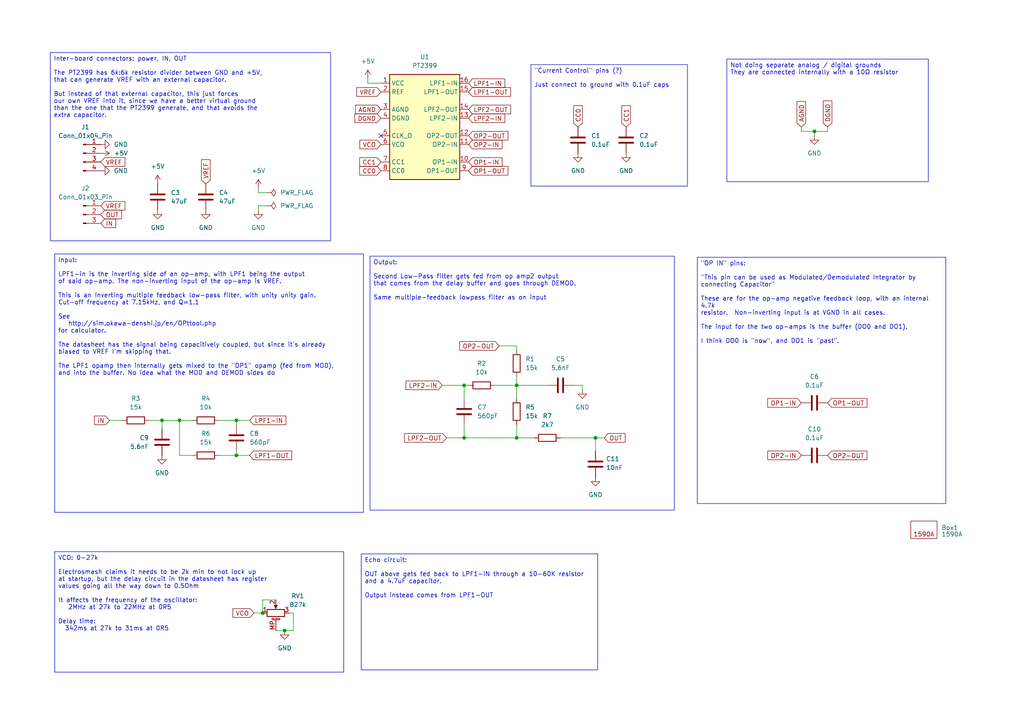
<source format=kicad_sch>
(kicad_sch (version 20250114) (generator "eeschema") (generator_version "9.0")
  (paper "A4")
  (title_block (title "PT2399 Delay board") (date "2025-05-05") (rev "v1.0"))
  (lib_symbols
    (symbol "Audio:PT2399"
      (property "Reference" "U" (at 0 17.78 0))
      (property "Value" "PT2399" (at 0 -17.78 0))
      (symbol "PT2399_0_1"
        (rectangle (start -10.16 15.24) (end 10.16 -15.24) (stroke (width 0.254)) (fill (type background)))
      )
      (symbol "PT2399_1_1"
        (pin power_in line (at -12.7 12.7 0) (length 2.54) (name "VCC") (number "1"))
        (pin passive line (at -12.7 10.16 0) (length 2.54) (name "REF") (number "2"))
        (pin power_in line (at -12.7 5.08 0) (length 2.54) (name "AGND") (number "3"))
        (pin power_in line (at -12.7 2.54 0) (length 2.54) (name "DGND") (number "4"))
        (pin passive line (at -12.7 -2.54 0) (length 2.54) (name "CLK_O") (number "5"))
        (pin passive line (at -12.7 -5.08 0) (length 2.54) (name "VCO") (number "6"))
        (pin passive line (at -12.7 -10.16 0) (length 2.54) (name "CC1") (number "7"))
        (pin passive line (at -12.7 -12.7 0) (length 2.54) (name "CC0") (number "8"))
        (pin input line (at 12.7 12.7 180) (length 2.54) (name "LPF1-IN") (number "16"))
        (pin output line (at 12.7 10.16 180) (length 2.54) (name "LPF1-OUT") (number "15"))
        (pin output line (at 12.7 5.08 180) (length 2.54) (name "LPF2-OUT") (number "14"))
        (pin input line (at 12.7 2.54 180) (length 2.54) (name "LPF2-IN") (number "13"))
        (pin output line (at 12.7 -2.54 180) (length 2.54) (name "OP2-OUT") (number "12"))
        (pin input line (at 12.7 -5.08 180) (length 2.54) (name "OP2-IN") (number "11"))
        (pin input line (at 12.7 -10.16 180) (length 2.54) (name "OP1-IN") (number "10"))
        (pin output line (at 12.7 -12.7 180) (length 2.54) (name "OP1-OUT") (number "9"))
      )
    )
    (symbol "Connector:Conn_01x03_Pin" (pin_names (offset 1.016) (hide yes))
      (property "Reference" "J" (at 0 5.08 0))
      (property "Value" "Conn_01x03_Pin" (at 0 -5.08 0))
      (symbol "Conn_01x03_Pin_1_1"
        (rectangle (start 0.8636 2.667) (end 0 2.413) (stroke (width 0.1524)) (fill (type outline)))
        (rectangle (start 0.8636 0.127) (end 0 -0.127) (stroke (width 0.1524)) (fill (type outline)))
        (rectangle (start 0.8636 -2.413) (end 0 -2.667) (stroke (width 0.1524)) (fill (type outline)))
        (polyline (pts (xy 1.27 2.54) (xy 0.8636 2.54)) (stroke (width 0.1524)))
        (polyline (pts (xy 1.27 0) (xy 0.8636 0)) (stroke (width 0.1524)))
        (polyline (pts (xy 1.27 -2.54) (xy 0.8636 -2.54)) (stroke (width 0.1524)))
        (pin passive line (at 5.08 2.54 180) (length 3.81) (name "Pin_1") (number "1"))
        (pin passive line (at 5.08 0 180) (length 3.81) (name "Pin_2") (number "2"))
        (pin passive line (at 5.08 -2.54 180) (length 3.81) (name "Pin_3") (number "3"))
      )
    )
    (symbol "Connector:Conn_01x04_Pin" (pin_names (offset 1.016) (hide yes))
      (property "Reference" "J" (at 0 5.08 0))
      (property "Value" "Conn_01x04_Pin" (at 0 -7.62 0))
      (symbol "Conn_01x04_Pin_1_1"
        (rectangle (start 0.8636 2.667) (end 0 2.413) (stroke (width 0.1524)) (fill (type outline)))
        (rectangle (start 0.8636 0.127) (end 0 -0.127) (stroke (width 0.1524)) (fill (type outline)))
        (rectangle (start 0.8636 -2.413) (end 0 -2.667) (stroke (width 0.1524)) (fill (type outline)))
        (rectangle (start 0.8636 -4.953) (end 0 -5.207) (stroke (width 0.1524)) (fill (type outline)))
        (polyline (pts (xy 1.27 2.54) (xy 0.8636 2.54)) (stroke (width 0.1524)))
        (polyline (pts (xy 1.27 0) (xy 0.8636 0)) (stroke (width 0.1524)))
        (polyline (pts (xy 1.27 -2.54) (xy 0.8636 -2.54)) (stroke (width 0.1524)))
        (polyline (pts (xy 1.27 -5.08) (xy 0.8636 -5.08)) (stroke (width 0.1524)))
        (pin passive line (at 5.08 2.54 180) (length 3.81) (name "Pin_1") (number "1"))
        (pin passive line (at 5.08 0 180) (length 3.81) (name "Pin_2") (number "2"))
        (pin passive line (at 5.08 -2.54 180) (length 3.81) (name "Pin_3") (number "3"))
        (pin passive line (at 5.08 -5.08 180) (length 3.81) (name "Pin_4") (number "4"))
      )
    )
    (symbol "Device:C" (pin_numbers (hide yes)) (pin_names (offset 0.254))
      (property "Reference" "C" (at 0.635 2.54 0))
      (property "Value" "C" (at 0.635 -2.54 0))
      (symbol "C_0_1"
        (polyline (pts (xy -2.032 0.762) (xy 2.032 0.762)) (stroke (width 0.508)))
        (polyline (pts (xy -2.032 -0.762) (xy 2.032 -0.762)) (stroke (width 0.508)))
      )
      (symbol "C_1_1"
        (pin passive line (at 0 3.81 270) (length 2.794) (name "~") (number "1"))
        (pin passive line (at 0 -3.81 90) (length 2.794) (name "~") (number "2"))
      )
    )
    (symbol "Device:R" (pin_numbers (hide yes)) (pin_names (offset 0))
      (property "Reference" "R" (at 2.032 0 90))
      (property "Value" "R" (at 0 0 90))
      (symbol "R_0_1"
        (rectangle (start -1.016 -2.54) (end 1.016 2.54) (stroke (width 0.254)))
      )
      (symbol "R_1_1"
        (pin passive line (at 0 3.81 270) (length 1.27) (name "~") (number "1"))
        (pin passive line (at 0 -3.81 90) (length 1.27) (name "~") (number "2"))
      )
    )
    (symbol "Device:R_Potentiometer_MountingPin" (pin_names (offset 1.016) (hide yes))
      (property "Reference" "RV" (at -8.255 0 90))
      (property "Value" "R_Potentiometer_MountingPin" (at -6.35 0 90))
      (symbol "R_Potentiometer_MountingPin_0_1"
        (rectangle (start 1.016 2.54) (end -1.016 -2.54) (stroke (width 0.254)))
        (polyline (pts (xy 1.143 0) (xy 2.286 0.508) (xy 2.286 -0.508)) (fill (type outline)))
        (polyline (pts (xy 2.54 0) (xy 1.524 0)))
      )
      (symbol "R_Potentiometer_MountingPin_1_1"
        (polyline (pts (xy -2.032 1.016) (xy -2.032 -1.016)) (stroke (width 0.1524)))
        (text "Mounting" (at -1.651 0 900) (effects (font (size 0.381 0.381))))
        (pin passive line (at -5.08 0 0) (length 3.048) (name "MountPin") (number "MP"))
        (pin passive line (at 0 3.81 270) (length 1.27) (name "1") (number "1"))
        (pin passive line (at 0 -3.81 90) (length 1.27) (name "3") (number "3"))
        (pin passive line (at 3.81 0 180) (length 1.27) (name "2") (number "2"))
      )
    )
    (symbol "Mylib:Enclosure_1590A" (exclude_from_sim yes)
      (property "Reference" "Box" (at 0 0 0))
      (symbol "Enclosure_1590A_0_1"
        (rectangle (start -3.81 1.27) (end 3.81 -3.81))
      )
      (symbol "Enclosure_1590A_1_1"
        (text "1590A" (at 0 -2.54 0) (effects (font (size 1.27 1.27))))
      )
    )
    (symbol "power:+5V" (power) (pin_numbers (hide yes)) (pin_names (offset 0) (hide yes))
      (property "Value" "+5V" (at 0 3.556 0))
      (symbol "+5V_0_1"
        (polyline (pts (xy -0.762 1.27) (xy 0 2.54)))
        (polyline (pts (xy 0 2.54) (xy 0.762 1.27)))
        (polyline (pts (xy 0 0) (xy 0 2.54)))
      )
      (symbol "+5V_1_1"
        (pin power_in line (at 0 0 90) (length 0) (name "~") (number "1"))
      )
    )
    (symbol "power:GND" (power) (pin_numbers (hide yes)) (pin_names (offset 0) (hide yes))
      (property "Value" "GND" (at 0 -3.81 0))
      (symbol "GND_0_1"
        (polyline (pts (xy 0 0) (xy 0 -1.27) (xy 1.27 -1.27) (xy 0 -2.54) (xy -1.27 -1.27) (xy 0 -1.27)))
      )
      (symbol "GND_1_1"
        (pin power_in line (at 0 0 270) (length 0) (name "~") (number "1"))
      )
    )
    (symbol "power:PWR_FLAG" (power) (pin_numbers (hide yes)) (pin_names (offset 0) (hide yes))
      (property "Value" "PWR_FLAG" (at 0 3.81 0))
      (symbol "PWR_FLAG_0_0"
        (pin power_out line (at 0 0 90) (length 0) (name "~") (number "1"))
      )
      (symbol "PWR_FLAG_0_1"
        (polyline (pts (xy 0 0) (xy 0 1.27) (xy -1.016 1.905) (xy 0 2.54) (xy 1.016 1.905) (xy 0 1.27)))
      )
    )
  )
  (text_box "\"OP IN\" pins:\n\n\"This pin can be used as Modulated/Demodulated Integrator by connecting Capacitor\"\n\nThese are for the op-amp negative feedback loop, with an internal 4.7k\nresistor.  Non-inverting input is at VGND in all cases.\n\nThe input for the two op-amps is the buffer (DO0 and DO1).\n\nI think DO0 is \"now\", and DO1 is \"past\"." (at 202.2475 74.6125 0) (size 72.0725 71.4375) (margins 0.9525 0.9525 0.9525 0.9525) (effects (font (size 1.27 1.27)) (justify left top)))
  (text_box "Output:\n\nSecond Low-Pass filter gets fed from op amp2 output\nthat comes from the delay buffer and goes through DEMOD.\n\nSame multiple-feedback lowpass filter as on input\n" (at 107.315 74.295 0) (size 88.265 73.66) (margins 0.9525 0.9525 0.9525 0.9525) (effects (font (size 1.27 1.27)) (justify left top)))
  (text_box "Input:\n\nLPF1-in is the inverting side of an op-amp, with LPF1 being the output\nof said op-amp. The non-inverting input of the op-amp is VREF.\n\nThis is an inverting multiple feedback low-pass filter, with unity unity gain.\nCut-off frequency at 7.15kHz, and Q=1.1\n\nSee\n   http://sim.okawa-denshi.jp/en/OPttool.php\nfor calculator.\n\nThe datasheet has the signal being capacitively coupled, but since it's already\nbiased to VREF I'm skipping that.\n\nThe LPF1 opamp then internally gets mixed to the \"OP1\" opamp (fed from MOD),\nand into the buffer. No idea what the MOD and DEMOD sides do" (at 15.875 73.66 0) (size 89.535 74.93) (margins 0.9525 0.9525 0.9525 0.9525) (effects (font (size 1.27 1.27)) (justify left top)))
  (text_box "Inter-board connectors: power, IN, OUT\n\nThe PT2399 has 6k:6k resistor divider between GND and +5V,\nthat can generate VREF with an external capacitor.\n\nBut instead of that external capacitor, this just forces\nour own VREF into it, since we have a better virtual ground\nthan the one that the PT2399 generate, and that avoids the\nextra capacitor." (at 14.605 15.24 0) (size 81.28 54.61) (margins 0.9525 0.9525 0.9525 0.9525) (effects (font (size 1.27 1.27)) (justify left top)))
  (text_box "Echo circuit:\n\nOUT above gets fed back to LPF1-IN through a 10-60K resistor\nand a 4.7uF capacitor.\n\nOutput instead comes from LPF1-OUT" (at 104.775 160.655 0) (size 68.58 33.655) (margins 0.9525 0.9525 0.9525 0.9525) (effects (font (size 1.27 1.27)) (justify left top)))
  (text_box "Not doing separate analog / digital grounds\nThey are connected internally with a 10Ω resistor" (at 210.82 17.145 0) (size 58.42 35.56) (margins 0.9525 0.9525 0.9525 0.9525) (effects (font (size 1.27 1.27)) (justify left top)))
  (text_box "\"Current Control\" pins (?)\n\nJust connect to ground with 0.1uF caps" (at 153.9875 18.7325 0) (size 45.4025 35.2425) (margins 0.9525 0.9525 0.9525 0.9525) (effects (font (size 1.27 1.27)) (justify left top)))
  (text_box "VCO: 0-27k\n\nElectrosmash claims it needs to be 2k min to not lock up\nat startup, but the delay circuit in the datasheet has register\nvalues going all the way down to 0.5Ohm\n\nIt affects the frequency of the oscillator:\n   2MHz at 27k to 22MHz at 0R5\n\nDelay time: \n  342ms at 27k to 31ms at 0R5" (at 15.875 160.02 0) (size 83.82 34.925) (margins 0.9525 0.9525 0.9525 0.9525) (effects (font (size 1.27 1.27)) (justify left top)))
  (junction (at 134.62 127))
  (junction (at 82.55 182.88))
  (junction (at 172.72 127))
  (junction (at 149.86 111.76))
  (junction (at 236.22 38.1))
  (junction (at 46.99 121.92))
  (junction (at 134.62 111.76))
  (junction (at 149.86 127))
  (junction (at 68.58 132.08))
  (junction (at 76.2 177.8))
  (junction (at 52.07 121.92))
  (junction (at 68.58 121.92))
  (no_connect (at 110.49 39.37))
  (wire (pts (xy 46.99 121.92) (xy 46.99 124.46)))
  (wire (pts (xy 149.86 127) (xy 154.94 127)))
  (wire (pts (xy 149.86 111.76) (xy 158.75 111.76)))
  (wire (pts (xy 240.03 38.1) (xy 240.03 36.83)))
  (wire (pts (xy 52.07 132.08) (xy 55.88 132.08)))
  (wire (pts (xy 134.62 115.57) (xy 134.62 111.76)))
  (wire (pts (xy 134.62 123.19) (xy 134.62 127)))
  (wire (pts (xy 128.27 111.76) (xy 134.62 111.76)))
  (wire (pts (xy 85.09 182.88) (xy 82.55 182.88)))
  (wire (pts (xy 168.91 111.76) (xy 168.91 113.03)))
  (wire (pts (xy 149.86 109.22) (xy 149.86 111.76)))
  (wire (pts (xy 162.56 127) (xy 172.72 127)))
  (wire (pts (xy 80.01 173.99) (xy 76.2 173.99)))
  (wire (pts (xy 149.86 123.19) (xy 149.86 127)))
  (wire (pts (xy 63.5 132.08) (xy 68.58 132.08)))
  (wire (pts (xy 52.07 121.92) (xy 52.07 132.08)))
  (wire (pts (xy 110.49 24.13) (xy 106.68 24.13)))
  (wire (pts (xy 76.2 173.99) (xy 76.2 177.8)))
  (wire (pts (xy 85.09 177.8) (xy 85.09 182.88)))
  (wire (pts (xy 172.72 127) (xy 175.26 127)))
  (wire (pts (xy 68.58 132.08) (xy 72.39 132.08)))
  (wire (pts (xy 68.58 121.92) (xy 72.39 121.92)))
  (wire (pts (xy 68.58 130.81) (xy 68.58 132.08)))
  (wire (pts (xy 85.09 177.8) (xy 83.82 177.8)))
  (wire (pts (xy 46.99 121.92) (xy 52.07 121.92)))
  (wire (pts (xy 143.51 111.76) (xy 149.86 111.76)))
  (wire (pts (xy 129.54 127) (xy 134.62 127)))
  (wire (pts (xy 166.37 111.76) (xy 168.91 111.76)))
  (wire (pts (xy 172.72 127) (xy 172.72 130.81)))
  (wire (pts (xy 232.41 38.1) (xy 236.22 38.1)))
  (wire (pts (xy 68.58 121.92) (xy 68.58 123.19)))
  (wire (pts (xy 31.75 121.92) (xy 35.56 121.92)))
  (wire (pts (xy 144.78 100.33) (xy 149.86 100.33)))
  (wire (pts (xy 236.22 38.1) (xy 240.03 38.1)))
  (wire (pts (xy 106.68 24.13) (xy 106.68 22.86)))
  (wire (pts (xy 73.66 177.8) (xy 76.2 177.8)))
  (wire (pts (xy 63.5 121.92) (xy 68.58 121.92)))
  (wire (pts (xy 77.47 59.69) (xy 74.93 59.69)))
  (wire (pts (xy 82.55 182.88) (xy 80.01 182.88)))
  (wire (pts (xy 232.41 36.83) (xy 232.41 38.1)))
  (wire (pts (xy 74.93 59.69) (xy 74.93 60.96)))
  (wire (pts (xy 134.62 127) (xy 149.86 127)))
  (wire (pts (xy 74.93 54.61) (xy 74.93 55.88)))
  (wire (pts (xy 149.86 100.33) (xy 149.86 101.6)))
  (wire (pts (xy 74.93 55.88) (xy 77.47 55.88)))
  (wire (pts (xy 236.22 38.1) (xy 236.22 39.37)))
  (wire (pts (xy 43.18 121.92) (xy 46.99 121.92)))
  (wire (pts (xy 134.62 111.76) (xy 135.89 111.76)))
  (wire (pts (xy 52.07 121.92) (xy 55.88 121.92)))
  (wire (pts (xy 149.86 115.57) (xy 149.86 111.76)))
  (global_label "LPF2-OUT" (shape input) (at 129.54 127 180) (property "Intersheetrefs" "${INTERSHEET_REFS}" (effects (hide yes))))
  (global_label "LPF1-OUT" (shape input) (at 135.89 26.67 0) (property "Intersheetrefs" "${INTERSHEET_REFS}" (effects (hide yes))))
  (global_label "CC1" (shape input) (at 110.49 46.99 180) (property "Intersheetrefs" "${INTERSHEET_REFS}" (effects (hide yes))))
  (global_label "LPF1-IN" (shape input) (at 135.89 24.13 0) (property "Intersheetrefs" "${INTERSHEET_REFS}" (effects (hide yes))))
  (global_label "VREF" (shape input) (at 110.49 26.67 180) (property "Intersheetrefs" "${INTERSHEET_REFS}" (effects (hide yes))))
  (global_label "LPF2-OUT" (shape input) (at 135.89 31.75 0) (property "Intersheetrefs" "${INTERSHEET_REFS}" (effects (hide yes))))
  (global_label "VCO" (shape input) (at 73.66 177.8 180) (property "Intersheetrefs" "${INTERSHEET_REFS}" (effects (hide yes))))
  (global_label "CC1" (shape input) (at 181.61 36.83 90) (property "Intersheetrefs" "${INTERSHEET_REFS}" (effects (hide yes))))
  (global_label "DGND" (shape input) (at 240.03 36.83 90) (property "Intersheetrefs" "${INTERSHEET_REFS}" (effects (hide yes))))
  (global_label "IN" (shape input) (at 31.75 121.92 180) (property "Intersheetrefs" "${INTERSHEET_REFS}" (effects (hide yes))))
  (global_label "LPF1-OUT" (shape input) (at 72.39 132.08 0) (property "Intersheetrefs" "${INTERSHEET_REFS}" (effects (hide yes))))
  (global_label "VREF" (shape input) (at 59.69 53.34 90) (property "Intersheetrefs" "${INTERSHEET_REFS}" (effects (hide yes))))
  (global_label "OP1-IN" (shape input) (at 232.41 116.84 180) (property "Intersheetrefs" "${INTERSHEET_REFS}" (effects (hide yes))))
  (global_label "LPF2-IN" (shape input) (at 135.89 34.29 0) (property "Intersheetrefs" "${INTERSHEET_REFS}" (effects (hide yes))))
  (global_label "VREF" (shape input) (at 29.21 46.99 0) (property "Intersheetrefs" "${INTERSHEET_REFS}" (effects (hide yes))))
  (global_label "DGND" (shape input) (at 110.49 34.29 180) (property "Intersheetrefs" "${INTERSHEET_REFS}" (effects (hide yes))))
  (global_label "VCO" (shape input) (at 110.49 41.91 180) (property "Intersheetrefs" "${INTERSHEET_REFS}" (effects (hide yes))))
  (global_label "IN" (shape input) (at 29.21 64.77 0) (property "Intersheetrefs" "${INTERSHEET_REFS}" (effects (hide yes))))
  (global_label "LPF2-IN" (shape input) (at 128.27 111.76 180) (property "Intersheetrefs" "${INTERSHEET_REFS}" (effects (hide yes))))
  (global_label "OP2-IN" (shape input) (at 135.89 41.91 0) (property "Intersheetrefs" "${INTERSHEET_REFS}" (effects (hide yes))))
  (global_label "OP1-OUT" (shape input) (at 240.03 116.84 0) (property "Intersheetrefs" "${INTERSHEET_REFS}" (effects (hide yes))))
  (global_label "OP2-OUT" (shape input) (at 135.89 39.37 0) (property "Intersheetrefs" "${INTERSHEET_REFS}" (effects (hide yes))))
  (global_label "OUT" (shape input) (at 29.21 62.23 0) (property "Intersheetrefs" "${INTERSHEET_REFS}" (effects (hide yes))))
  (global_label "OP2-IN" (shape input) (at 232.41 132.08 180) (property "Intersheetrefs" "${INTERSHEET_REFS}" (effects (hide yes))))
  (global_label "OP1-OUT" (shape input) (at 135.89 49.53 0) (property "Intersheetrefs" "${INTERSHEET_REFS}" (effects (hide yes))))
  (global_label "OUT" (shape input) (at 175.26 127 0) (property "Intersheetrefs" "${INTERSHEET_REFS}" (effects (hide yes))))
  (global_label "CC0" (shape input) (at 110.49 49.53 180) (property "Intersheetrefs" "${INTERSHEET_REFS}" (effects (hide yes))))
  (global_label "CC0" (shape input) (at 167.64 36.83 90) (property "Intersheetrefs" "${INTERSHEET_REFS}" (effects (hide yes))))
  (global_label "VREF" (shape input) (at 29.21 59.69 0) (property "Intersheetrefs" "${INTERSHEET_REFS}" (effects (hide yes))))
  (global_label "OP2-OUT" (shape input) (at 144.78 100.33 180) (property "Intersheetrefs" "${INTERSHEET_REFS}" (effects (hide yes))))
  (global_label "OP2-OUT" (shape input) (at 240.03 132.08 0) (property "Intersheetrefs" "${INTERSHEET_REFS}" (effects (hide yes))))
  (global_label "AGND" (shape input) (at 110.49 31.75 180) (property "Intersheetrefs" "${INTERSHEET_REFS}" (effects (hide yes))))
  (global_label "OP1-IN" (shape input) (at 135.89 46.99 0) (property "Intersheetrefs" "${INTERSHEET_REFS}" (effects (hide yes))))
  (global_label "LPF1-IN" (shape input) (at 72.39 121.92 0) (property "Intersheetrefs" "${INTERSHEET_REFS}" (effects (hide yes))))
  (global_label "AGND" (shape input) (at 232.41 36.83 90) (property "Intersheetrefs" "${INTERSHEET_REFS}" (effects (hide yes))))
  (symbol (lib_id "power:GND") (at 45.72 60.96 0) (unit 1)
    (property "Reference" "#PWR010" (effects (hide yes)))
    (property "Value" "GND" (at 45.72 66.04 0))
    (property "Description" "Power symbol creates a global label with name \"GND\" , ground" (effects (hide yes)))
  )
  (symbol (lib_id "Device:C") (at 167.64 40.64 0) (unit 1)
    (property "Reference" "C1" (at 171.45 39.3699 0) (effects (justify left)))
    (property "Value" "0.1uF" (at 171.45 41.9099 0) (effects (justify left)))
    (property "Footprint" "Mylib:C_0704_1810Metric" (effects (hide yes)))
    (property "Description" "Unpolarized capacitor" (effects (hide yes)))
  )
  (symbol (lib_id "power:GND") (at 168.91 113.03 0) (unit 1)
    (property "Reference" "#PWR013" (effects (hide yes)))
    (property "Value" "GND" (at 168.91 118.11 0))
    (property "Description" "Power symbol creates a global label with name \"GND\" , ground" (effects (hide yes)))
  )
  (symbol (lib_id "Device:R") (at 158.75 127 90) (unit 1)
    (property "Reference" "R7" (at 158.75 120.65 90))
    (property "Value" "2k7" (at 158.75 123.19 90))
    (property "Footprint" "Resistor_SMD:R_0805_2012Metric_Pad1.20x1.40mm_HandSolder" (effects (hide yes)))
    (property "Description" "Resistor" (effects (hide yes)))
  )
  (symbol (lib_id "Device:R") (at 59.69 121.92 270) (unit 1)
    (property "Reference" "R4" (at 59.69 115.57 90))
    (property "Value" "10k" (at 59.69 118.11 90))
    (property "Footprint" "Resistor_SMD:R_0805_2012Metric_Pad1.20x1.40mm_HandSolder" (effects (hide yes)))
    (property "Description" "Resistor" (effects (hide yes)))
  )
  (symbol (lib_id "Device:C") (at 181.61 40.64 0) (unit 1)
    (property "Reference" "C2" (at 185.42 39.3699 0) (effects (justify left)))
    (property "Value" "0.1uF" (at 185.42 41.9099 0) (effects (justify left)))
    (property "Footprint" "Mylib:C_0704_1810Metric" (effects (hide yes)))
    (property "Description" "Unpolarized capacitor" (effects (hide yes)))
  )
  (symbol (lib_id "Audio:PT2399") (at 123.19 36.83 0) (unit 1)
    (property "Reference" "U1" (at 123.19 16.51 0))
    (property "Value" "PT2399" (at 123.19 19.05 0))
    (property "Footprint" "Package_SO:SOP-16_3.9x9.9mm_P1.27mm" (effects (hide yes)))
    (property "Datasheet" "http://www.princeton.com.tw/Portals/0/Product/PT2399_1.pdf" (effects (hide yes)))
    (property "Description" "Echo Processor IC, DIP-16" (effects (hide yes)))
  )
  (symbol (lib_id "Device:R") (at 149.86 105.41 180) (unit 1)
    (property "Reference" "R1" (at 152.4 104.1399 0) (effects (justify right)))
    (property "Value" "15k" (at 152.4 106.6799 0) (effects (justify right)))
    (property "Footprint" "Resistor_SMD:R_0805_2012Metric_Pad1.20x1.40mm_HandSolder" (effects (hide yes)))
    (property "Description" "Resistor" (effects (hide yes)))
  )
  (symbol (lib_id "power:PWR_FLAG") (at 77.47 59.69 270) (unit 1)
    (property "Reference" "#FLG02" (effects (hide yes)))
    (property "Value" "PWR_FLAG" (at 81.28 59.6901 90) (effects (justify left)))
    (property "Description" "Special symbol for telling ERC where power comes from" (effects (hide yes)))
  )
  (symbol (lib_id "Device:R") (at 149.86 119.38 180) (unit 1)
    (property "Reference" "R5" (at 152.4 118.1099 0) (effects (justify right)))
    (property "Value" "15k" (at 152.4 120.6499 0) (effects (justify right)))
    (property "Footprint" "Resistor_SMD:R_0805_2012Metric_Pad1.20x1.40mm_HandSolder" (effects (hide yes)))
    (property "Description" "Resistor" (effects (hide yes)))
  )
  (symbol (lib_id "Device:C") (at 162.56 111.76 270) (unit 1)
    (property "Reference" "C5" (at 162.56 104.14 90))
    (property "Value" "5.6nF" (at 162.56 106.68 90))
    (property "Footprint" "Capacitor_SMD:C_0805_2012Metric_Pad1.18x1.45mm_HandSolder" (effects (hide yes)))
    (property "Description" "Unpolarized capacitor" (effects (hide yes)))
  )
  (symbol (lib_id "Device:C") (at 134.62 119.38 180) (unit 1)
    (property "Reference" "C7" (at 138.43 118.1099 0) (effects (justify right)))
    (property "Value" "560pF" (at 138.43 120.6499 0) (effects (justify right)))
    (property "Footprint" "Capacitor_SMD:C_0805_2012Metric_Pad1.18x1.45mm_HandSolder" (effects (hide yes)))
    (property "Description" "Unpolarized capacitor" (effects (hide yes)))
  )
  (symbol (lib_id "power:GND") (at 167.64 44.45 0) (unit 1)
    (property "Reference" "#PWR05" (effects (hide yes)))
    (property "Value" "GND" (at 167.64 49.53 0))
    (property "Description" "Power symbol creates a global label with name \"GND\" , ground" (effects (hide yes)))
  )
  (symbol (lib_id "power:GND") (at 82.55 182.88 0) (mirror y) (unit 1)
    (property "Reference" "#PWR016" (effects (hide yes)))
    (property "Value" "GND" (at 82.55 187.96 0))
    (property "Description" "Power symbol creates a global label with name \"GND\" , ground" (effects (hide yes)))
  )
  (symbol (lib_id "power:GND") (at 236.22 39.37 0) (mirror y) (unit 1)
    (property "Reference" "#PWR02" (effects (hide yes)))
    (property "Value" "GND" (at 236.22 44.45 0))
    (property "Description" "Power symbol creates a global label with name \"GND\" , ground" (effects (hide yes)))
  )
  (symbol (lib_id "Device:C") (at 172.72 134.62 180) (unit 1)
    (property "Reference" "C11" (at 175.768 133.096 0) (effects (justify right)))
    (property "Value" "10nF" (at 175.768 135.636 0) (effects (justify right)))
    (property "Footprint" "Capacitor_SMD:C_0805_2012Metric_Pad1.18x1.45mm_HandSolder" (effects (hide yes)))
    (property "Description" "Unpolarized capacitor" (effects (hide yes)))
  )
  (symbol (lib_id "power:PWR_FLAG") (at 77.47 55.88 270) (unit 1)
    (property "Reference" "#FLG01" (effects (hide yes)))
    (property "Value" "PWR_FLAG" (at 81.28 55.8799 90) (effects (justify left)))
    (property "Description" "Special symbol for telling ERC where power comes from" (effects (hide yes)))
  )
  (symbol (lib_id "Device:C") (at 59.69 57.15 0) (unit 1)
    (property "Reference" "C4" (at 63.5 55.8799 0) (effects (justify left)))
    (property "Value" "47uF" (at 63.5 58.4199 0) (effects (justify left)))
    (property "Footprint" "Capacitor_SMD:C_1206_3216Metric_Pad1.33x1.80mm_HandSolder" (effects (hide yes)))
    (property "Description" "Unpolarized capacitor" (effects (hide yes)))
  )
  (symbol (lib_id "power:GND") (at 181.61 44.45 0) (unit 1)
    (property "Reference" "#PWR06" (effects (hide yes)))
    (property "Value" "GND" (at 181.61 49.53 0))
    (property "Description" "Power symbol creates a global label with name \"GND\" , ground" (effects (hide yes)))
  )
  (symbol (lib_id "Connector:Conn_01x04_Pin") (at 24.13 44.45 0) (unit 1) (exclude_from_sim yes)
    (property "Reference" "J1" (at 24.765 36.83 0))
    (property "Value" "Conn_01x04_Pin" (at 24.765 39.37 0))
    (property "Footprint" "Connector_PinHeader_2.54mm:PinHeader_1x04_P2.54mm_Vertical" (effects (hide yes)))
    (property "Description" "Generic connector, single row, 01x04, script generated" (effects (hide yes)))
  )
  (symbol (lib_id "Mylib:Enclosure_1590A") (at 267.97 152.4 0) (unit 1) (exclude_from_sim yes)
    (property "Reference" "Box1" (at 273.05 153.0349 0) (effects (justify left)))
    (property "Value" "1590A" (at 273.05 154.94 0) (effects (justify left)))
    (property "Footprint" "Mylib:1590A" (effects (hide yes)))
  )
  (symbol (lib_id "power:GND") (at 172.72 138.43 0) (unit 1)
    (property "Reference" "#PWR015" (effects (hide yes)))
    (property "Value" "GND" (at 172.72 143.51 0))
    (property "Description" "Power symbol creates a global label with name \"GND\" , ground" (effects (hide yes)))
  )
  (symbol (lib_id "power:+5V") (at 106.68 22.86 0) (unit 1)
    (property "Reference" "#PWR01" (effects (hide yes)))
    (property "Value" "+5V" (at 106.68 17.78 0))
    (property "Description" "Power symbol creates a global label with name \"+5V\"" (effects (hide yes)))
  )
  (symbol (lib_id "power:GND") (at 46.99 132.08 0) (unit 1)
    (property "Reference" "#PWR014" (effects (hide yes)))
    (property "Value" "GND" (at 46.99 137.16 0))
    (property "Description" "Power symbol creates a global label with name \"GND\" , ground" (effects (hide yes)))
  )
  (symbol (lib_id "power:GND") (at 74.93 60.96 0) (unit 1)
    (property "Reference" "#PWR012" (effects (hide yes)))
    (property "Value" "GND" (at 74.93 66.04 0))
    (property "Description" "Power symbol creates a global label with name \"GND\" , ground" (effects (hide yes)))
  )
  (symbol (lib_id "Device:C") (at 45.72 57.15 0) (unit 1)
    (property "Reference" "C3" (at 49.53 55.8799 0) (effects (justify left)))
    (property "Value" "47uF" (at 49.53 58.4199 0) (effects (justify left)))
    (property "Footprint" "Capacitor_SMD:C_1206_3216Metric_Pad1.33x1.80mm_HandSolder" (effects (hide yes)))
    (property "Description" "Unpolarized capacitor" (effects (hide yes)))
  )
  (symbol (lib_id "Connector:Conn_01x03_Pin") (at 24.13 62.23 0) (unit 1) (exclude_from_sim yes)
    (property "Reference" "J2" (at 24.765 54.61 0))
    (property "Value" "Conn_01x03_Pin" (at 24.765 57.15 0))
    (property "Footprint" "Connector_PinHeader_2.54mm:PinHeader_1x03_P2.54mm_Vertical" (effects (hide yes)))
    (property "Description" "Generic connector, single row, 01x03, script generated" (effects (hide yes)))
  )
  (symbol (lib_id "Device:C") (at 68.58 127 180) (unit 1)
    (property "Reference" "C8" (at 72.39 125.7299 0) (effects (justify right)))
    (property "Value" "560pF" (at 72.39 128.2699 0) (effects (justify right)))
    (property "Footprint" "Capacitor_SMD:C_0805_2012Metric_Pad1.18x1.45mm_HandSolder" (effects (hide yes)))
    (property "Description" "Unpolarized capacitor" (effects (hide yes)))
  )
  (symbol (lib_id "Device:R") (at 59.69 132.08 270) (unit 1)
    (property "Reference" "R6" (at 59.69 125.73 90))
    (property "Value" "15k" (at 59.69 128.27 90))
    (property "Footprint" "Resistor_SMD:R_0805_2012Metric_Pad1.20x1.40mm_HandSolder" (effects (hide yes)))
    (property "Description" "Resistor" (effects (hide yes)))
  )
  (symbol (lib_id "power:+5V") (at 29.21 44.45 270) (unit 1)
    (property "Reference" "#PWR04" (effects (hide yes)))
    (property "Value" "+5V" (at 33.02 44.4499 90) (effects (justify left)))
    (property "Description" "Power symbol creates a global label with name \"+5V\"" (effects (hide yes)))
  )
  (symbol (lib_id "Device:C") (at 236.22 116.84 90) (unit 1)
    (property "Reference" "C6" (at 236.22 109.22 90))
    (property "Value" "0.1uF" (at 236.22 111.76 90))
    (property "Footprint" "Mylib:C_0704_1810Metric" (effects (hide yes)))
    (property "Description" "Unpolarized capacitor" (effects (hide yes)))
  )
  (symbol (lib_id "Device:R") (at 139.7 111.76 90) (unit 1)
    (property "Reference" "R2" (at 139.7 105.41 90))
    (property "Value" "10k" (at 139.7 107.95 90))
    (property "Footprint" "Resistor_SMD:R_0805_2012Metric_Pad1.20x1.40mm_HandSolder" (effects (hide yes)))
    (property "Description" "Resistor" (effects (hide yes)))
  )
  (symbol (lib_id "power:+5V") (at 45.72 53.34 0) (unit 1)
    (property "Reference" "#PWR08" (effects (hide yes)))
    (property "Value" "+5V" (at 45.72 48.26 0))
    (property "Description" "Power symbol creates a global label with name \"+5V\"" (effects (hide yes)))
  )
  (symbol (lib_id "power:GND") (at 29.21 41.91 90) (unit 1)
    (property "Reference" "#PWR03" (effects (hide yes)))
    (property "Value" "GND" (at 33.02 41.9099 90) (effects (justify right)))
    (property "Description" "Power symbol creates a global label with name \"GND\" , ground" (effects (hide yes)))
  )
  (symbol (lib_id "Device:C") (at 236.22 132.08 90) (unit 1)
    (property "Reference" "C10" (at 236.22 124.46 90))
    (property "Value" "0.1uF" (at 236.22 127 90))
    (property "Footprint" "Mylib:C_0704_1810Metric" (effects (hide yes)))
    (property "Description" "Unpolarized capacitor" (effects (hide yes)))
  )
  (symbol (lib_id "Device:C") (at 46.99 128.27 0) (mirror y) (unit 1)
    (property "Reference" "C9" (at 43.18 126.9999 0) (effects (justify left)))
    (property "Value" "5.6nF" (at 43.18 129.5399 0) (effects (justify left)))
    (property "Footprint" "Capacitor_SMD:C_0805_2012Metric_Pad1.18x1.45mm_HandSolder" (effects (hide yes)))
    (property "Description" "Unpolarized capacitor" (effects (hide yes)))
  )
  (symbol (lib_id "Device:R_Potentiometer_MountingPin") (at 80.01 177.8 90) (unit 1)
    (property "Reference" "RV1" (at 86.36 172.8468 90))
    (property "Value" "B27k" (at 86.36 175.3868 90))
    (property "Footprint" "Mylib:Potentiometer_9mm_MP" (effects (hide yes)))
    (property "Description" "Potentiometer with a mounting pin" (effects (hide yes)))
  )
  (symbol (lib_id "Device:R") (at 39.37 121.92 270) (unit 1)
    (property "Reference" "R3" (at 39.37 115.57 90))
    (property "Value" "15k" (at 39.37 118.11 90))
    (property "Footprint" "Resistor_SMD:R_0805_2012Metric_Pad1.20x1.40mm_HandSolder" (effects (hide yes)))
    (property "Description" "Resistor" (effects (hide yes)))
  )
  (symbol (lib_id "power:GND") (at 59.69 60.96 0) (unit 1)
    (property "Reference" "#PWR011" (effects (hide yes)))
    (property "Value" "GND" (at 59.69 66.04 0))
    (property "Description" "Power symbol creates a global label with name \"GND\" , ground" (effects (hide yes)))
  )
  (symbol (lib_id "power:+5V") (at 74.93 54.61 0) (unit 1)
    (property "Reference" "#PWR09" (effects (hide yes)))
    (property "Value" "+5V" (at 74.93 49.53 0))
    (property "Description" "Power symbol creates a global label with name \"+5V\"" (effects (hide yes)))
  )
  (symbol (lib_id "power:GND") (at 29.21 49.53 90) (unit 1)
    (property "Reference" "#PWR07" (effects (hide yes)))
    (property "Value" "GND" (at 33.02 49.5299 90) (effects (justify right)))
    (property "Description" "Power symbol creates a global label with name \"GND\" , ground" (effects (hide yes)))
  )
)
</source>
